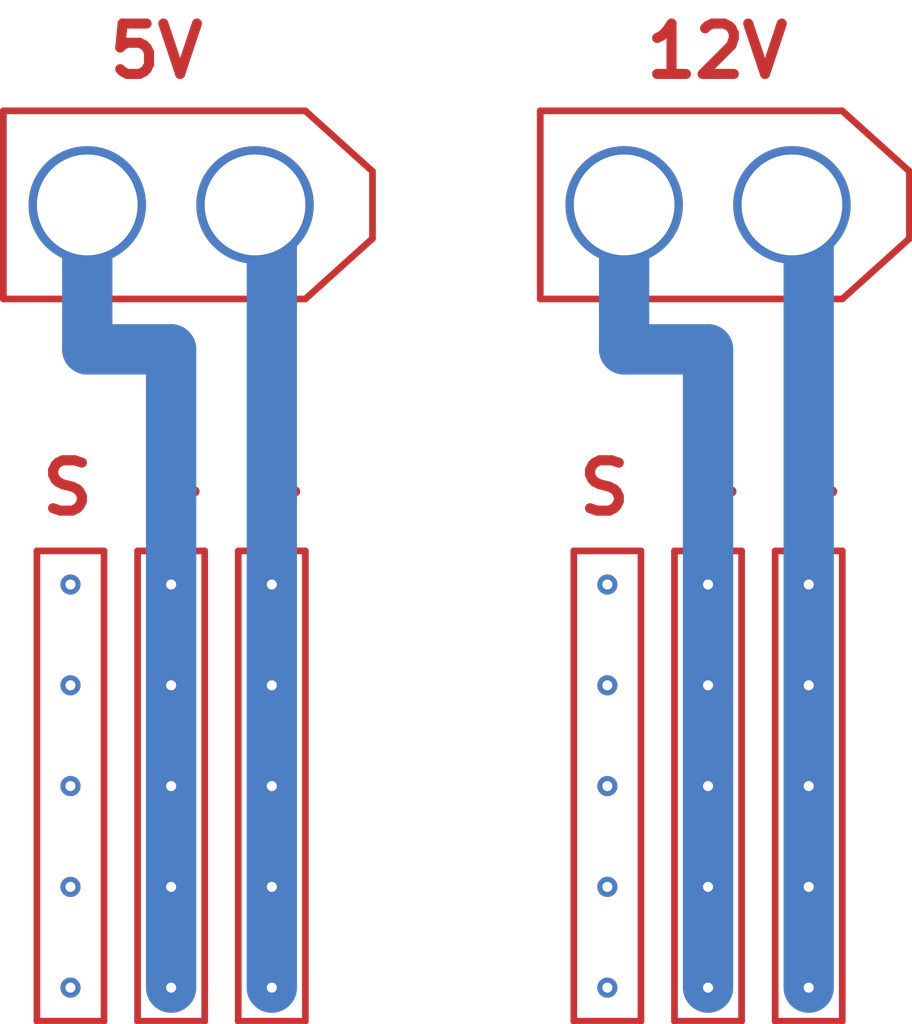
<source format=kicad_pcb>
(kicad_pcb
	(version 20241229)
	(generator "pcbnew")
	(generator_version "9.0")
	(general
		(thickness 1.6)
		(legacy_teardrops no)
	)
	(paper "A4")
	(layers
		(0 "F.Cu" signal)
		(2 "B.Cu" signal)
		(9 "F.Adhes" user "F.Adhesive")
		(11 "B.Adhes" user "B.Adhesive")
		(13 "F.Paste" user)
		(15 "B.Paste" user)
		(5 "F.SilkS" user "F.Silkscreen")
		(7 "B.SilkS" user "B.Silkscreen")
		(1 "F.Mask" user)
		(3 "B.Mask" user)
		(17 "Dwgs.User" user "User.Drawings")
		(19 "Cmts.User" user "User.Comments")
		(21 "Eco1.User" user "User.Eco1")
		(23 "Eco2.User" user "User.Eco2")
		(25 "Edge.Cuts" user)
		(27 "Margin" user)
		(31 "F.CrtYd" user "F.Courtyard")
		(29 "B.CrtYd" user "B.Courtyard")
		(35 "F.Fab" user)
		(33 "B.Fab" user)
		(39 "User.1" user)
		(41 "User.2" user)
		(43 "User.3" user)
		(45 "User.4" user)
	)
	(setup
		(pad_to_mask_clearance 0)
		(allow_soldermask_bridges_in_footprints no)
		(tenting front back)
		(pcbplotparams
			(layerselection 0x00000000_00000000_55555555_5755f5ff)
			(plot_on_all_layers_selection 0x00000000_00000000_00000000_00000000)
			(disableapertmacros no)
			(usegerberextensions no)
			(usegerberattributes yes)
			(usegerberadvancedattributes yes)
			(creategerberjobfile yes)
			(dashed_line_dash_ratio 12.000000)
			(dashed_line_gap_ratio 3.000000)
			(svgprecision 4)
			(plotframeref no)
			(mode 1)
			(useauxorigin no)
			(hpglpennumber 1)
			(hpglpenspeed 20)
			(hpglpendiameter 15.000000)
			(pdf_front_fp_property_popups yes)
			(pdf_back_fp_property_popups yes)
			(pdf_metadata yes)
			(pdf_single_document no)
			(dxfpolygonmode yes)
			(dxfimperialunits yes)
			(dxfusepcbnewfont yes)
			(psnegative no)
			(psa4output no)
			(plot_black_and_white yes)
			(sketchpadsonfab no)
			(plotpadnumbers no)
			(hidednponfab no)
			(sketchdnponfab yes)
			(crossoutdnponfab yes)
			(subtractmaskfromsilk no)
			(outputformat 1)
			(mirror no)
			(drillshape 1)
			(scaleselection 1)
			(outputdirectory "")
		)
	)
	(net 0 "")
	(gr_line
		(start 101 31)
		(end 101 45)
		(stroke
			(width 0.2)
			(type default)
		)
		(layer "F.Cu")
		(uuid "03312077-31b9-4e3d-980b-529b0bcebaee")
	)
	(gr_line
		(start 78 23.5)
		(end 78 17.9)
		(stroke
			(width 0.2)
			(type default)
		)
		(layer "F.Cu")
		(uuid "04c59e1a-ab15-4c53-96c9-b37d5b509ebd")
	)
	(gr_line
		(start 89 19.7)
		(end 87 17.9)
		(stroke
			(width 0.2)
			(type default)
		)
		(layer "F.Cu")
		(uuid "10297c3d-011f-4411-a1d0-127af8fdcc2f")
	)
	(gr_line
		(start 95 31)
		(end 97 31)
		(stroke
			(width 0.2)
			(type default)
		)
		(layer "F.Cu")
		(uuid "1cf82454-9673-463b-89f9-ee667f38411e")
	)
	(gr_line
		(start 84 45)
		(end 84 31)
		(stroke
			(width 0.2)
			(type default)
		)
		(layer "F.Cu")
		(uuid "297955e6-4544-4646-a391-ac4d06ce19eb")
	)
	(gr_line
		(start 103 45)
		(end 103 31)
		(stroke
			(width 0.2)
			(type default)
		)
		(layer "F.Cu")
		(uuid "2b7f7809-3866-4222-b264-e5440fda638f")
	)
	(gr_line
		(start 81 31)
		(end 81 45)
		(stroke
			(width 0.2)
			(type default)
		)
		(layer "F.Cu")
		(uuid "335e8618-7f75-4587-92ac-ad3095217f46")
	)
	(gr_line
		(start 94 23.5)
		(end 94 17.9)
		(stroke
			(width 0.2)
			(type default)
		)
		(layer "F.Cu")
		(uuid "3385f555-1b59-4a08-a945-b84edabe9189")
	)
	(gr_line
		(start 79 45)
		(end 81 45)
		(stroke
			(width 0.2)
			(type default)
		)
		(layer "F.Cu")
		(uuid "3e9a8f0b-86c6-470d-bf64-c4fff2a1fac2")
	)
	(gr_line
		(start 103 31)
		(end 101 31)
		(stroke
			(width 0.2)
			(type default)
		)
		(layer "F.Cu")
		(uuid "42f87beb-1b84-47c6-be0f-b4eef673ab9f")
	)
	(gr_line
		(start 87 45)
		(end 87 31)
		(stroke
			(width 0.2)
			(type default)
		)
		(layer "F.Cu")
		(uuid "452f8f04-a3aa-45e3-8a97-ac367f24f0ec")
	)
	(gr_line
		(start 95 45)
		(end 95 31)
		(stroke
			(width 0.2)
			(type default)
		)
		(layer "F.Cu")
		(uuid "4571fbc8-3f8b-4e38-89aa-101eb846bde2")
	)
	(gr_line
		(start 100 31)
		(end 98 31)
		(stroke
			(width 0.2)
			(type default)
		)
		(layer "F.Cu")
		(uuid "48f9f82b-c72f-41f6-8496-41578aeddfa3")
	)
	(gr_line
		(start 79 45)
		(end 79 31)
		(stroke
			(width 0.2)
			(type default)
		)
		(layer "F.Cu")
		(uuid "4cad0904-b00b-4456-8ef0-87aefb6590b9")
	)
	(gr_line
		(start 87 45)
		(end 85 45)
		(stroke
			(width 0.2)
			(type default)
		)
		(layer "F.Cu")
		(uuid "5a1012c6-e17d-4bc3-8068-769a1efee8d6")
	)
	(gr_line
		(start 97 31)
		(end 97 45)
		(stroke
			(width 0.2)
			(type default)
		)
		(layer "F.Cu")
		(uuid "5cd826f4-01ad-400a-80a0-fe8fb05a1aac")
	)
	(gr_line
		(start 89 21.7)
		(end 87 23.5)
		(stroke
			(width 0.2)
			(type default)
		)
		(layer "F.Cu")
		(uuid "60bdee4a-9548-4b8b-8d8c-a2d914258db1")
	)
	(gr_line
		(start 105 21.7)
		(end 105 19.7)
		(stroke
			(width 0.2)
			(type default)
		)
		(layer "F.Cu")
		(uuid "63b6ddf5-6def-4c59-b811-1a5efb2442c4")
	)
	(gr_line
		(start 78 17.9)
		(end 87 17.9)
		(stroke
			(width 0.2)
			(type default)
		)
		(layer "F.Cu")
		(uuid "69df985b-35c1-4c74-8cf6-d96c6069ec28")
	)
	(gr_line
		(start 98 31)
		(end 98 45)
		(stroke
			(width 0.2)
			(type default)
		)
		(layer "F.Cu")
		(uuid "6f6d4c3e-3346-4816-984a-9c8d529efde6")
	)
	(gr_line
		(start 89 21.7)
		(end 89 19.7)
		(stroke
			(width 0.2)
			(type default)
		)
		(layer "F.Cu")
		(uuid "85be3be3-cc5e-4d28-8581-ec949e474b9f")
	)
	(gr_line
		(start 98 45)
		(end 100 45)
		(stroke
			(width 0.2)
			(type default)
		)
		(layer "F.Cu")
		(uuid "89868cc4-68bf-4d12-b979-80fbf5a6d989")
	)
	(gr_line
		(start 95 45)
		(end 97 45)
		(stroke
			(width 0.2)
			(type default)
		)
		(layer "F.Cu")
		(uuid "8f1f3ce0-4e17-46db-9967-e6572f7db78c")
	)
	(gr_line
		(start 100 45)
		(end 100 31)
		(stroke
			(width 0.2)
			(type default)
		)
		(layer "F.Cu")
		(uuid "982e8b02-46f6-47ae-8ccb-19e969480947")
	)
	(gr_line
		(start 78 23.5)
		(end 87 23.5)
		(stroke
			(width 0.2)
			(type default)
		)
		(layer "F.Cu")
		(uuid "9978397f-3c9b-4e38-a93c-081cd6d0418c")
	)
	(gr_line
		(start 79 31)
		(end 81 31)
		(stroke
			(width 0.2)
			(type default)
		)
		(layer "F.Cu")
		(uuid "a2300bee-1fa3-4b97-9b74-2c60fb2e5cf9")
	)
	(gr_line
		(start 84 31)
		(end 82 31)
		(stroke
			(width 0.2)
			(type default)
		)
		(layer "F.Cu")
		(uuid "a5655f92-b229-4493-8e4e-b2ab5ccf3f34")
	)
	(gr_line
		(start 94 17.9)
		(end 103 17.9)
		(stroke
			(width 0.2)
			(type default)
		)
		(layer "F.Cu")
		(uuid "b0acb606-796b-4efb-8209-4a8850338d0a")
	)
	(gr_line
		(start 85 31)
		(end 85 45)
		(stroke
			(width 0.2)
			(type default)
		)
		(layer "F.Cu")
		(uuid "b184e35c-5ffd-40d9-a1a8-4ad23c98f9c1")
	)
	(gr_line
		(start 103 45)
		(end 101 45)
		(stroke
			(width 0.2)
			(type default)
		)
		(layer "F.Cu")
		(uuid "bfcd3a28-00f5-44dd-95b9-8974ec0369af")
	)
	(gr_line
		(start 82 31)
		(end 82 45)
		(stroke
			(width 0.2)
			(type default)
		)
		(layer "F.Cu")
		(uuid "cae99450-bd31-4bfb-8e16-87803dc88e4e")
	)
	(gr_line
		(start 94 23.5)
		(end 103 23.5)
		(stroke
			(width 0.2)
			(type default)
		)
		(layer "F.Cu")
		(uuid "cde10de1-4336-43ef-b0f4-acf47f334767")
	)
	(gr_line
		(start 105 21.7)
		(end 103 23.5)
		(stroke
			(width 0.2)
			(type default)
		)
		(layer "F.Cu")
		(uuid "ded20d71-4428-440a-8537-cb21f1d176a0")
	)
	(gr_line
		(start 87 31)
		(end 85 31)
		(stroke
			(width 0.2)
			(type default)
		)
		(layer "F.Cu")
		(uuid "e960fde1-d6cf-444c-a30d-9f052bf5a967")
	)
	(gr_line
		(start 105 19.7)
		(end 103 17.9)
		(stroke
			(width 0.2)
			(type default)
		)
		(layer "F.Cu")
		(uuid "edb7606d-f295-4ec6-8101-1da4265cc4ed")
	)
	(gr_line
		(start 82 45)
		(end 84 45)
		(stroke
			(width 0.2)
			(type default)
		)
		(layer "F.Cu")
		(uuid "fb0a8dc8-c085-4c12-a564-41e27d7269dc")
	)
	(gr_text "5V"
		(at 81 17 0)
		(layer "F.Cu")
		(uuid "0832b696-962b-457a-8fb0-5969d7a33bb2")
		(effects
			(font
				(size 1.5 1.5)
				(thickness 0.3)
				(bold yes)
			)
			(justify left bottom)
		)
	)
	(gr_text "+"
		(at 98 30 0)
		(layer "F.Cu")
		(uuid "434a6b26-c098-43ae-949c-e0ed839560d5")
		(effects
			(font
				(size 1.5 1.5)
				(thickness 0.3)
				(bold yes)
			)
			(justify left bottom)
		)
	)
	(gr_text "-"
		(at 85 30 0)
		(layer "F.Cu")
		(uuid "4ca8f3e0-e452-4432-a585-964c13f5856d")
		(effects
			(font
				(size 1.5 1.5)
				(thickness 0.3)
				(bold yes)
			)
			(justify left bottom)
		)
	)
	(gr_text "S"
		(at 79 30 0)
		(layer "F.Cu")
		(uuid "5adb385f-ba04-4683-95e5-e4ce5acb95cf")
		(effects
			(font
				(size 1.5 1.5)
				(thickness 0.3)
				(bold yes)
			)
			(justify left bottom)
		)
	)
	(gr_text "12V\n"
		(at 97 17 0)
		(layer "F.Cu")
		(uuid "6731493b-ad94-4921-8e95-16d27900a3aa")
		(effects
			(font
				(size 1.5 1.5)
				(thickness 0.3)
				(bold yes)
			)
			(justify left bottom)
		)
	)
	(gr_text "+"
		(at 82 30 0)
		(layer "F.Cu")
		(uuid "7c428658-0d37-41a6-9ada-752dcbcbe77f")
		(effects
			(font
				(size 1.5 1.5)
				(thickness 0.3)
				(bold yes)
			)
			(justify left bottom)
		)
	)
	(gr_text "-"
		(at 101 30 0)
		(layer "F.Cu")
		(uuid "96454929-a6ac-4545-9a3f-c85c50f9ebad")
		(effects
			(font
				(size 1.5 1.5)
				(thickness 0.3)
				(bold yes)
			)
			(justify left bottom)
		)
	)
	(gr_text "S"
		(at 95 30 0)
		(layer "F.Cu")
		(uuid "e35750ef-140e-4a01-aefa-ff008c2743d6")
		(effects
			(font
				(size 1.5 1.5)
				(thickness 0.3)
				(bold yes)
			)
			(justify left bottom)
		)
	)
	(via
		(at 96 35)
		(size 0.6)
		(drill 0.3)
		(layers "F.Cu" "B.Cu")
		(net 0)
		(uuid "019f9f7c-1b6b-453d-8a2f-fa84c10385a7")
	)
	(via
		(at 102 35)
		(size 0.6)
		(drill 0.3)
		(layers "F.Cu" "B.Cu")
		(net 0)
		(uuid "0620d54e-e983-41a4-af37-b23dfe81fe50")
	)
	(via
		(at 99 32)
		(size 0.6)
		(drill 0.3)
		(layers "F.Cu" "B.Cu")
		(net 0)
		(uuid "0f12fe15-50db-42e6-8a51-72a915b1d331")
	)
	(via
		(at 101.5 20.7)
		(size 3.5)
		(drill 3)
		(layers "F.Cu" "B.Cu")
		(net 0)
		(uuid "13486ef2-254d-48d8-9d81-27cc4abb0f1a")
	)
	(via
		(at 83 44)
		(size 0.6)
		(drill 0.3)
		(layers "F.Cu" "B.Cu")
		(net 0)
		(uuid "13d63691-96d1-4136-ace7-48d87e4d80b5")
	)
	(via
		(at 80 38)
		(size 0.6)
		(drill 0.3)
		(layers "F.Cu" "B.Cu")
		(net 0)
		(uuid "1bf3b4de-9b4b-4963-8075-3656bb7544a5")
	)
	(via
		(at 85.5 20.7)
		(size 3.5)
		(drill 3)
		(layers "F.Cu" "B.Cu")
		(net 0)
		(uuid "1e382e9d-26cc-48d6-a98b-d9055de3cf80")
	)
	(via
		(at 102 44)
		(size 0.6)
		(drill 0.3)
		(layers "F.Cu" "B.Cu")
		(net 0)
		(uuid "1ee78068-8d7f-4249-9fdf-89866e484543")
	)
	(via
		(at 96 38)
		(size 0.6)
		(drill 0.3)
		(layers "F.Cu" "B.Cu")
		(net 0)
		(uuid "253296b0-fb9a-489a-964d-3264aca7fd05")
	)
	(via
		(at 102 41)
		(size 0.6)
		(drill 0.3)
		(layers "F.Cu" "B.Cu")
		(net 0)
		(uuid "2a84e185-1a9c-48b1-bafd-31cd12fbdf85")
	)
	(via
		(at 83 35)
		(size 0.6)
		(drill 0.3)
		(layers "F.Cu" "B.Cu")
		(net 0)
		(uuid "2b9b8bc2-cd87-4724-b339-a2280fff93d1")
	)
	(via
		(at 96.5 20.7)
		(size 3.5)
		(drill 3)
		(layers "F.Cu" "B.Cu")
		(net 0)
		(uuid "2badb77a-91cc-4a2e-b8fc-8bed1b76dfe4")
	)
	(via
		(at 80 44)
		(size 0.6)
		(drill 0.3)
		(layers "F.Cu" "B.Cu")
		(net 0)
		(uuid "2e4deb66-b4f0-4fe9-af45-afaeb2d6c005")
	)
	(via
		(at 102 32)
		(size 0.6)
		(drill 0.3)
		(layers "F.Cu" "B.Cu")
		(net 0)
		(uuid "3aadc081-a52c-4d9a-9d1f-1a36b5f80fa2")
	)
	(via
		(at 86 41)
		(size 0.6)
		(drill 0.3)
		(layers "F.Cu" "B.Cu")
		(net 0)
		(uuid "3d0e98c8-a963-4606-8e9e-6fcb2eb5ec24")
	)
	(via
		(at 83 38)
		(size 0.6)
		(drill 0.3)
		(layers "F.Cu" "B.Cu")
		(net 0)
		(uuid "613377b8-712b-4f51-9ebe-07e757727326")
	)
	(via
		(at 80 41)
		(size 0.6)
		(drill 0.3)
		(layers "F.Cu" "B.Cu")
		(net 0)
		(uuid "69ac099d-202a-4163-a4e3-2a59f6403a5c")
	)
	(via
		(at 80 32)
		(size 0.6)
		(drill 0.3)
		(layers "F.Cu" "B.Cu")
		(net 0)
		(uuid "6bb0a8e0-2d0f-44fc-a1a3-79f623152637")
	)
	(via
		(at 99 35)
		(size 0.6)
		(drill 0.3)
		(layers "F.Cu" "B.Cu")
		(net 0)
		(uuid "6bd3f0af-1f45-4e01-8a38-5f45187f37c5")
	)
	(via
		(at 86 35)
		(size 0.6)
		(drill 0.3)
		(layers "F.Cu" "B.Cu")
		(net 0)
		(uuid "6dce06e5-116d-4497-a8d1-800e77c6c918")
	)
	(via
		(at 96 41)
		(size 0.6)
		(drill 0.3)
		(layers "F.Cu" "B.Cu")
		(net 0)
		(uuid "75a7e3fd-d596-4b92-a23f-7fac78815ca8")
	)
	(via
		(at 86 38)
		(size 0.6)
		(drill 0.3)
		(layers "F.Cu" "B.Cu")
		(net 0)
		(uuid "97e73148-e42c-41b1-ae33-e96a1c03ec69")
	)
	(via
		(at 80 35)
		(size 0.6)
		(drill 0.3)
		(layers "F.Cu" "B.Cu")
		(net 0)
		(uuid "a712a8ff-5ed2-4228-a657-9365bb687d49")
	)
	(via
		(at 99 38)
		(size 0.6)
		(drill 0.3)
		(layers "F.Cu" "B.Cu")
		(net 0)
		(uuid "ad8b28ed-a393-49ed-b465-3dc1d5314151")
	)
	(via
		(at 86 44)
		(size 0.6)
		(drill 0.3)
		(layers "F.Cu" "B.Cu")
		(net 0)
		(uuid "b5892c5c-272b-491a-8e19-045732071c67")
	)
	(via
		(at 99 41)
		(size 0.6)
		(drill 0.3)
		(layers "F.Cu" "B.Cu")
		(net 0)
		(uuid "b8e9ef97-d46b-4eb2-ade2-5f582313fa93")
	)
	(via
		(at 99 44)
		(size 0.6)
		(drill 0.3)
		(layers "F.Cu" "B.Cu")
		(net 0)
		(uuid "c7123369-590e-4b2e-b3e0-5acc8ceeaf18")
	)
	(via
		(at 86 32)
		(size 0.6)
		(drill 0.3)
		(layers "F.Cu" "B.Cu")
		(net 0)
		(uuid "c7b9c1c1-6ec3-46ee-8110-98375cccaab8")
	)
	(via
		(at 83 41)
		(size 0.6)
		(drill 0.3)
		(layers "F.Cu" "B.Cu")
		(net 0)
		(uuid "e16fa437-2c23-4c6b-99ce-267ac710c40f")
	)
	(via
		(at 83 32)
		(size 0.6)
		(drill 0.3)
		(layers "F.Cu" "B.Cu")
		(net 0)
		(uuid "e8b442ef-2d36-4c76-8901-89fc693b0638")
	)
	(via
		(at 102 38)
		(size 0.6)
		(drill 0.3)
		(layers "F.Cu" "B.Cu")
		(net 0)
		(uuid "f3e3475c-e2da-4230-b439-89974d9bf86c")
	)
	(via
		(at 80.5 20.7)
		(size 3.5)
		(drill 3)
		(layers "F.Cu" "B.Cu")
		(net 0)
		(uuid "f8bbfdd5-1976-4fe9-ab6d-76365db1ac52")
	)
	(via
		(at 96 44)
		(size 0.6)
		(drill 0.3)
		(layers "F.Cu" "B.Cu")
		(net 0)
		(uuid "ff5c1afc-ca6b-421c-9735-84c5de7129cf")
	)
	(via
		(at 96 32)
		(size 0.6)
		(drill 0.3)
		(layers "F.Cu" "B.Cu")
		(net 0)
		(uuid "ff9e38ca-69d7-4401-a47b-ad1fea46affb")
	)
	(segment
		(start 83 35)
		(end 83 32)
		(width 0.2)
		(layer "B.Cu")
		(net 0)
		(uuid "0441b771-d25b-4d09-b39f-458aec7b86e1")
	)
	(segment
		(start 99 44)
		(end 99 25)
		(width 1.5)
		(layer "B.Cu")
		(net 0)
		(uuid "23c1a065-25d9-4d5e-a351-2de6db8e78a3")
	)
	(segment
		(start 86 44)
		(end 86 32)
		(width 0.2)
		(layer "B.Cu")
		(net 0)
		(uuid "5bf93c31-0229-47ab-89b3-4c6f42b79d6e")
	)
	(segment
		(start 102 21.2)
		(end 102 44)
		(width 1.5)
		(layer "B.Cu")
		(net 0)
		(uuid "64627d33-c62f-4668-8583-83eeceee115d")
	)
	(segment
		(start 83 25)
		(end 80.5 25)
		(width 1.5)
		(layer "B.Cu")
		(net 0)
		(uuid "760efada-a623-4e19-ad0c-2d6092cf3032")
	)
	(segment
		(start 99 41)
		(end 99 38)
		(width 0.2)
		(layer "B.Cu")
		(net 0)
		(uuid "7ab95922-8b29-4665-b7a1-8923c715e02c")
	)
	(segment
		(start 102 44)
		(end 102 32)
		(width 0.2)
		(layer "B.Cu")
		(net 0)
		(uuid "7dae8024-77ae-4dd5-b1f4-950adf3335c6")
	)
	(segment
		(start 99 35)
		(end 99 32)
		(width 0.2)
		(layer "B.Cu")
		(net 0)
		(uuid "85f918dd-37e7-4951-ad66-b9656fb4658b")
	)
	(segment
		(start 83 38)
		(end 83 35)
		(width 0.2)
		(layer "B.Cu")
		(net 0)
		(uuid "8b86b40b-ffd6-4ead-9d44-4624897a45f0")
	)
	(segment
		(start 101.5 20.7)
		(end 102 21.2)
		(width 0.2)
		(layer "B.Cu")
		(net 0)
		(uuid "91f50234-590c-4c1e-a0a8-024c5e6f1941")
	)
	(segment
		(start 99 44)
		(end 99 32)
		(width 0.2)
		(layer "B.Cu")
		(net 0)
		(uuid "960baa14-b4bd-404c-b0d8-0cb1d7f1dac1")
	)
	(segment
		(start 83 44)
		(end 83 41)
		(width 0.2)
		(layer "B.Cu")
		(net 0)
		(uuid "9aa3e58a-4f68-4466-958f-cc84ea7e493a")
	)
	(segment
		(start 99 25)
		(end 96.5 25)
		(width 1.5)
		(layer "B.Cu")
		(net 0)
		(uuid "a0b54a7f-7937-4294-b725-40f64e54d550")
	)
	(segment
		(start 99 44)
		(end 99 41)
		(width 0.2)
		(layer "B.Cu")
		(net 0)
		(uuid "a7e248ca-e9b3-4a9f-9135-8a8a086d8e42")
	)
	(segment
		(start 86 21.2)
		(end 86 44)
		(width 1.5)
		(layer "B.Cu")
		(net 0)
		(uuid "c9f6fa38-2b3e-4cf6-9260-e819419c34b4")
	)
	(segment
		(start 96.5 25)
		(end 96.5 20.7)
		(width 1.5)
		(layer "B.Cu")
		(net 0)
		(uuid "d04c8f07-749a-44f7-91aa-081de6dcdb0e")
	)
	(segment
		(start 80.5 25)
		(end 80.5 20.7)
		(width 1.5)
		(layer "B.Cu")
		(net 0)
		(uuid "d7514c32-45aa-46fc-bfda-103cad18c754")
	)
	(segment
		(start 99 38)
		(end 99 35)
		(width 0.2)
		(layer "B.Cu")
		(net 0)
		(uuid "e6b162da-c79d-4607-8a69-d826f46929ca")
	)
	(segment
		(start 83 41)
		(end 83 38)
		(width 0.2)
		(layer "B.Cu")
		(net 0)
		(uuid "eb259eab-db54-482a-b93c-da69aced5e84")
	)
	(segment
		(start 85.5 20.7)
		(end 86 21.2)
		(width 0.2)
		(layer "B.Cu")
		(net 0)
		(uuid "eb28c41b-367f-4ad9-aeb6-e04386637b1c")
	)
	(segment
		(start 83 44)
		(end 83 32)
		(width 0.2)
		(layer "B.Cu")
		(net 0)
		(uuid "f55f4381-f0e2-43af-a5b8-551dc1796c81")
	)
	(segment
		(start 83 44)
		(end 83 25)
		(width 1.5)
		(layer "B.Cu")
		(net 0)
		(uuid "f80867d8-5e2f-4552-a93a-0ce2df31fcce")
	)
	(embedded_fonts no)
)

</source>
